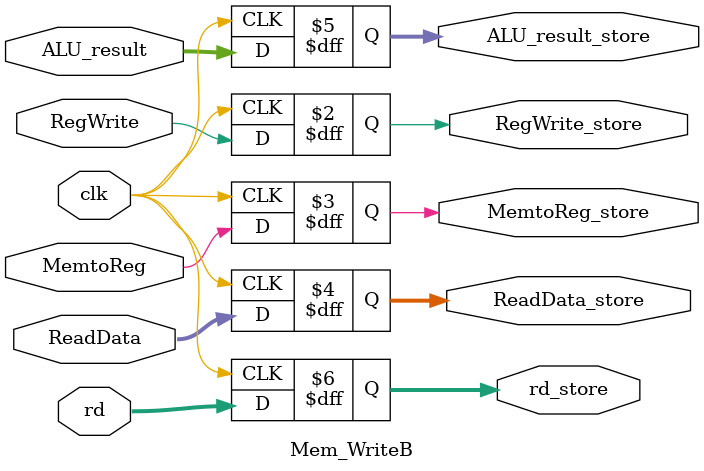
<source format=v>
`timescale 1ns / 1ps


module Mem_WriteB(
 input clk,
    input RegWrite, MemtoReg,
    input [63:0] ReadData, ALU_result,
    input [4:0] rd,

    output reg RegWrite_store, MemtoReg_store,
    output reg [63:0] ReadData_store, ALU_result_store,
    output reg [4:0] rd_store

);

always @(negedge clk) begin

    RegWrite_store = RegWrite;
    MemtoReg_store = MemtoReg;
    ReadData_store = ReadData;
    ALU_result_store = ALU_result;
    rd_store = rd;
end

endmodule

</source>
